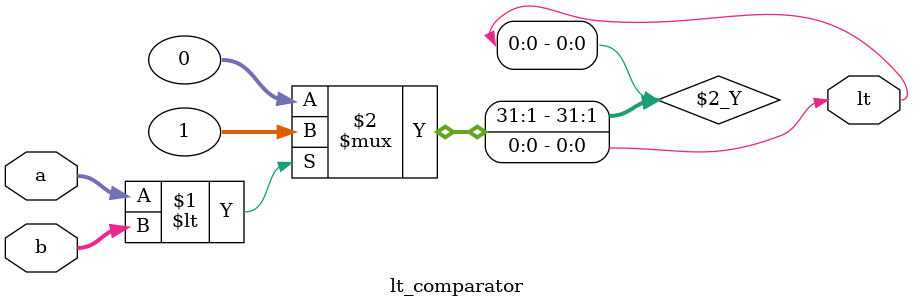
<source format=v>
module lt_comparator #(parameter WIDTH = 5)(
	input [WIDTH-1:0] a,
	input [WIDTH-1:0] b,
	output lt);
	
	assign lt = (a<b)? 1:0;
endmodule
</source>
